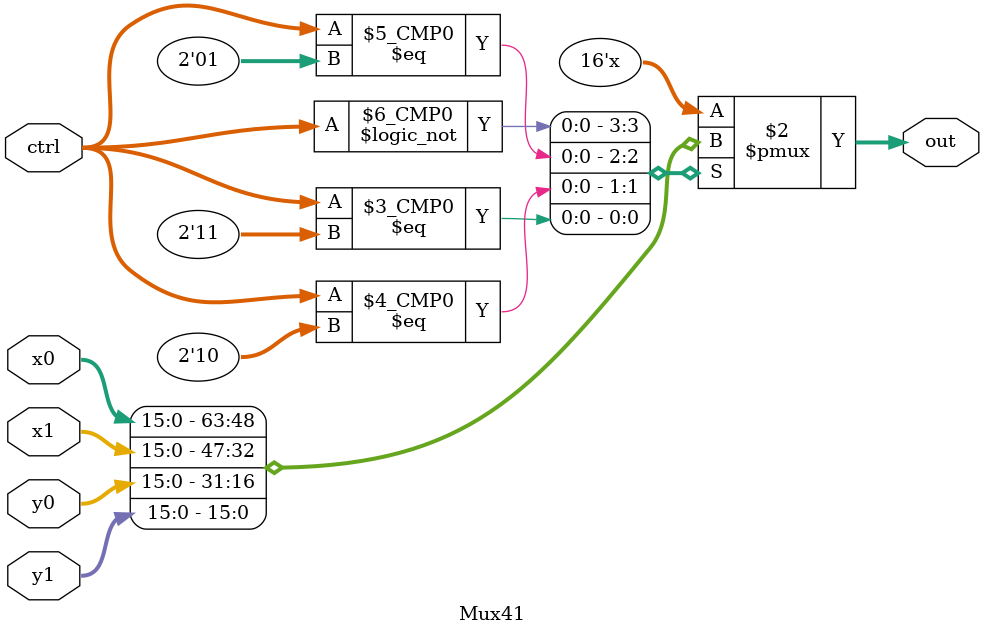
<source format=v>
module Mux41(input wire [15:0]x0, input wire [15:0] x1, input wire [15:0] y0, input wire [15:0] y1, input wire [1:0] ctrl, output reg [15:0] out);
always @(*)
  begin
    case(ctrl)
      2'b00:
        out = x0;
      2'b01:
        out = x1;
      2'b10:
        out = y0;
      2'b11:
        out = y1;
    endcase
  end
endmodule

</source>
